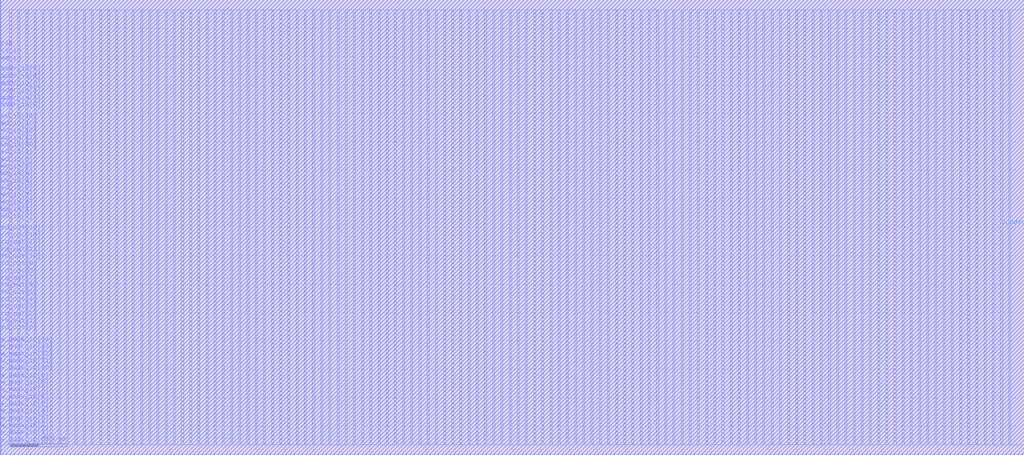
<source format=lef>
VERSION 5.7 ;
BUSBITCHARS "[]" ;
MACRO fakeram130_64x15
  FOREIGN fakeram130_64x15 0 0 ;
  SYMMETRY X Y R90 ;
  SIZE 1800.000 BY 800.000 ;
  CLASS BLOCK ;
  PIN w_mask_in[0]
    DIRECTION INPUT ;
    USE SIGNAL ;
    SHAPE ABUTMENT ;
    PORT
      LAYER met3 ;
      RECT 0.000 17.550 0.900 18.450 ;
    END
  END w_mask_in[0]
  PIN w_mask_in[1]
    DIRECTION INPUT ;
    USE SIGNAL ;
    SHAPE ABUTMENT ;
    PORT
      LAYER met3 ;
      RECT 0.000 30.150 0.900 31.050 ;
    END
  END w_mask_in[1]
  PIN w_mask_in[2]
    DIRECTION INPUT ;
    USE SIGNAL ;
    SHAPE ABUTMENT ;
    PORT
      LAYER met3 ;
      RECT 0.000 42.750 0.900 43.650 ;
    END
  END w_mask_in[2]
  PIN w_mask_in[3]
    DIRECTION INPUT ;
    USE SIGNAL ;
    SHAPE ABUTMENT ;
    PORT
      LAYER met3 ;
      RECT 0.000 55.350 0.900 56.250 ;
    END
  END w_mask_in[3]
  PIN w_mask_in[4]
    DIRECTION INPUT ;
    USE SIGNAL ;
    SHAPE ABUTMENT ;
    PORT
      LAYER met3 ;
      RECT 0.000 67.950 0.900 68.850 ;
    END
  END w_mask_in[4]
  PIN w_mask_in[5]
    DIRECTION INPUT ;
    USE SIGNAL ;
    SHAPE ABUTMENT ;
    PORT
      LAYER met3 ;
      RECT 0.000 80.550 0.900 81.450 ;
    END
  END w_mask_in[5]
  PIN w_mask_in[6]
    DIRECTION INPUT ;
    USE SIGNAL ;
    SHAPE ABUTMENT ;
    PORT
      LAYER met3 ;
      RECT 0.000 93.150 0.900 94.050 ;
    END
  END w_mask_in[6]
  PIN w_mask_in[7]
    DIRECTION INPUT ;
    USE SIGNAL ;
    SHAPE ABUTMENT ;
    PORT
      LAYER met3 ;
      RECT 0.000 105.750 0.900 106.650 ;
    END
  END w_mask_in[7]
  PIN w_mask_in[8]
    DIRECTION INPUT ;
    USE SIGNAL ;
    SHAPE ABUTMENT ;
    PORT
      LAYER met3 ;
      RECT 0.000 118.350 0.900 119.250 ;
    END
  END w_mask_in[8]
  PIN w_mask_in[9]
    DIRECTION INPUT ;
    USE SIGNAL ;
    SHAPE ABUTMENT ;
    PORT
      LAYER met3 ;
      RECT 0.000 130.950 0.900 131.850 ;
    END
  END w_mask_in[9]
  PIN w_mask_in[10]
    DIRECTION INPUT ;
    USE SIGNAL ;
    SHAPE ABUTMENT ;
    PORT
      LAYER met3 ;
      RECT 0.000 143.550 0.900 144.450 ;
    END
  END w_mask_in[10]
  PIN w_mask_in[11]
    DIRECTION INPUT ;
    USE SIGNAL ;
    SHAPE ABUTMENT ;
    PORT
      LAYER met3 ;
      RECT 0.000 156.150 0.900 157.050 ;
    END
  END w_mask_in[11]
  PIN w_mask_in[12]
    DIRECTION INPUT ;
    USE SIGNAL ;
    SHAPE ABUTMENT ;
    PORT
      LAYER met3 ;
      RECT 0.000 168.750 0.900 169.650 ;
    END
  END w_mask_in[12]
  PIN w_mask_in[13]
    DIRECTION INPUT ;
    USE SIGNAL ;
    SHAPE ABUTMENT ;
    PORT
      LAYER met3 ;
      RECT 0.000 181.350 0.900 182.250 ;
    END
  END w_mask_in[13]
  PIN w_mask_in[14]
    DIRECTION INPUT ;
    USE SIGNAL ;
    SHAPE ABUTMENT ;
    PORT
      LAYER met3 ;
      RECT 0.000 193.950 0.900 194.850 ;
    END
  END w_mask_in[14]
  PIN rd_out[0]
    DIRECTION OUTPUT ;
    USE SIGNAL ;
    SHAPE ABUTMENT ;
    PORT
      LAYER met3 ;
      RECT 0.000 213.750 0.900 214.650 ;
    END
  END rd_out[0]
  PIN rd_out[1]
    DIRECTION OUTPUT ;
    USE SIGNAL ;
    SHAPE ABUTMENT ;
    PORT
      LAYER met3 ;
      RECT 0.000 226.350 0.900 227.250 ;
    END
  END rd_out[1]
  PIN rd_out[2]
    DIRECTION OUTPUT ;
    USE SIGNAL ;
    SHAPE ABUTMENT ;
    PORT
      LAYER met3 ;
      RECT 0.000 238.950 0.900 239.850 ;
    END
  END rd_out[2]
  PIN rd_out[3]
    DIRECTION OUTPUT ;
    USE SIGNAL ;
    SHAPE ABUTMENT ;
    PORT
      LAYER met3 ;
      RECT 0.000 251.550 0.900 252.450 ;
    END
  END rd_out[3]
  PIN rd_out[4]
    DIRECTION OUTPUT ;
    USE SIGNAL ;
    SHAPE ABUTMENT ;
    PORT
      LAYER met3 ;
      RECT 0.000 264.150 0.900 265.050 ;
    END
  END rd_out[4]
  PIN rd_out[5]
    DIRECTION OUTPUT ;
    USE SIGNAL ;
    SHAPE ABUTMENT ;
    PORT
      LAYER met3 ;
      RECT 0.000 276.750 0.900 277.650 ;
    END
  END rd_out[5]
  PIN rd_out[6]
    DIRECTION OUTPUT ;
    USE SIGNAL ;
    SHAPE ABUTMENT ;
    PORT
      LAYER met3 ;
      RECT 0.000 289.350 0.900 290.250 ;
    END
  END rd_out[6]
  PIN rd_out[7]
    DIRECTION OUTPUT ;
    USE SIGNAL ;
    SHAPE ABUTMENT ;
    PORT
      LAYER met3 ;
      RECT 0.000 301.950 0.900 302.850 ;
    END
  END rd_out[7]
  PIN rd_out[8]
    DIRECTION OUTPUT ;
    USE SIGNAL ;
    SHAPE ABUTMENT ;
    PORT
      LAYER met3 ;
      RECT 0.000 314.550 0.900 315.450 ;
    END
  END rd_out[8]
  PIN rd_out[9]
    DIRECTION OUTPUT ;
    USE SIGNAL ;
    SHAPE ABUTMENT ;
    PORT
      LAYER met3 ;
      RECT 0.000 327.150 0.900 328.050 ;
    END
  END rd_out[9]
  PIN rd_out[10]
    DIRECTION OUTPUT ;
    USE SIGNAL ;
    SHAPE ABUTMENT ;
    PORT
      LAYER met3 ;
      RECT 0.000 339.750 0.900 340.650 ;
    END
  END rd_out[10]
  PIN rd_out[11]
    DIRECTION OUTPUT ;
    USE SIGNAL ;
    SHAPE ABUTMENT ;
    PORT
      LAYER met3 ;
      RECT 0.000 352.350 0.900 353.250 ;
    END
  END rd_out[11]
  PIN rd_out[12]
    DIRECTION OUTPUT ;
    USE SIGNAL ;
    SHAPE ABUTMENT ;
    PORT
      LAYER met3 ;
      RECT 0.000 364.950 0.900 365.850 ;
    END
  END rd_out[12]
  PIN rd_out[13]
    DIRECTION OUTPUT ;
    USE SIGNAL ;
    SHAPE ABUTMENT ;
    PORT
      LAYER met3 ;
      RECT 0.000 377.550 0.900 378.450 ;
    END
  END rd_out[13]
  PIN rd_out[14]
    DIRECTION OUTPUT ;
    USE SIGNAL ;
    SHAPE ABUTMENT ;
    PORT
      LAYER met3 ;
      RECT 0.000 390.150 0.900 391.050 ;
    END
  END rd_out[14]
  PIN wd_in[0]
    DIRECTION INPUT ;
    USE SIGNAL ;
    SHAPE ABUTMENT ;
    PORT
      LAYER met3 ;
      RECT 0.000 409.950 0.900 410.850 ;
    END
  END wd_in[0]
  PIN wd_in[1]
    DIRECTION INPUT ;
    USE SIGNAL ;
    SHAPE ABUTMENT ;
    PORT
      LAYER met3 ;
      RECT 0.000 422.550 0.900 423.450 ;
    END
  END wd_in[1]
  PIN wd_in[2]
    DIRECTION INPUT ;
    USE SIGNAL ;
    SHAPE ABUTMENT ;
    PORT
      LAYER met3 ;
      RECT 0.000 435.150 0.900 436.050 ;
    END
  END wd_in[2]
  PIN wd_in[3]
    DIRECTION INPUT ;
    USE SIGNAL ;
    SHAPE ABUTMENT ;
    PORT
      LAYER met3 ;
      RECT 0.000 447.750 0.900 448.650 ;
    END
  END wd_in[3]
  PIN wd_in[4]
    DIRECTION INPUT ;
    USE SIGNAL ;
    SHAPE ABUTMENT ;
    PORT
      LAYER met3 ;
      RECT 0.000 460.350 0.900 461.250 ;
    END
  END wd_in[4]
  PIN wd_in[5]
    DIRECTION INPUT ;
    USE SIGNAL ;
    SHAPE ABUTMENT ;
    PORT
      LAYER met3 ;
      RECT 0.000 472.950 0.900 473.850 ;
    END
  END wd_in[5]
  PIN wd_in[6]
    DIRECTION INPUT ;
    USE SIGNAL ;
    SHAPE ABUTMENT ;
    PORT
      LAYER met3 ;
      RECT 0.000 485.550 0.900 486.450 ;
    END
  END wd_in[6]
  PIN wd_in[7]
    DIRECTION INPUT ;
    USE SIGNAL ;
    SHAPE ABUTMENT ;
    PORT
      LAYER met3 ;
      RECT 0.000 498.150 0.900 499.050 ;
    END
  END wd_in[7]
  PIN wd_in[8]
    DIRECTION INPUT ;
    USE SIGNAL ;
    SHAPE ABUTMENT ;
    PORT
      LAYER met3 ;
      RECT 0.000 510.750 0.900 511.650 ;
    END
  END wd_in[8]
  PIN wd_in[9]
    DIRECTION INPUT ;
    USE SIGNAL ;
    SHAPE ABUTMENT ;
    PORT
      LAYER met3 ;
      RECT 0.000 523.350 0.900 524.250 ;
    END
  END wd_in[9]
  PIN wd_in[10]
    DIRECTION INPUT ;
    USE SIGNAL ;
    SHAPE ABUTMENT ;
    PORT
      LAYER met3 ;
      RECT 0.000 535.950 0.900 536.850 ;
    END
  END wd_in[10]
  PIN wd_in[11]
    DIRECTION INPUT ;
    USE SIGNAL ;
    SHAPE ABUTMENT ;
    PORT
      LAYER met3 ;
      RECT 0.000 548.550 0.900 549.450 ;
    END
  END wd_in[11]
  PIN wd_in[12]
    DIRECTION INPUT ;
    USE SIGNAL ;
    SHAPE ABUTMENT ;
    PORT
      LAYER met3 ;
      RECT 0.000 561.150 0.900 562.050 ;
    END
  END wd_in[12]
  PIN wd_in[13]
    DIRECTION INPUT ;
    USE SIGNAL ;
    SHAPE ABUTMENT ;
    PORT
      LAYER met3 ;
      RECT 0.000 573.750 0.900 574.650 ;
    END
  END wd_in[13]
  PIN wd_in[14]
    DIRECTION INPUT ;
    USE SIGNAL ;
    SHAPE ABUTMENT ;
    PORT
      LAYER met3 ;
      RECT 0.000 586.350 0.900 587.250 ;
    END
  END wd_in[14]
  PIN addr_in[0]
    DIRECTION INPUT ;
    USE SIGNAL ;
    SHAPE ABUTMENT ;
    PORT
      LAYER met3 ;
      RECT 0.000 606.150 0.900 607.050 ;
    END
  END addr_in[0]
  PIN addr_in[1]
    DIRECTION INPUT ;
    USE SIGNAL ;
    SHAPE ABUTMENT ;
    PORT
      LAYER met3 ;
      RECT 0.000 618.750 0.900 619.650 ;
    END
  END addr_in[1]
  PIN addr_in[2]
    DIRECTION INPUT ;
    USE SIGNAL ;
    SHAPE ABUTMENT ;
    PORT
      LAYER met3 ;
      RECT 0.000 631.350 0.900 632.250 ;
    END
  END addr_in[2]
  PIN addr_in[3]
    DIRECTION INPUT ;
    USE SIGNAL ;
    SHAPE ABUTMENT ;
    PORT
      LAYER met3 ;
      RECT 0.000 643.950 0.900 644.850 ;
    END
  END addr_in[3]
  PIN addr_in[4]
    DIRECTION INPUT ;
    USE SIGNAL ;
    SHAPE ABUTMENT ;
    PORT
      LAYER met3 ;
      RECT 0.000 656.550 0.900 657.450 ;
    END
  END addr_in[4]
  PIN addr_in[5]
    DIRECTION INPUT ;
    USE SIGNAL ;
    SHAPE ABUTMENT ;
    PORT
      LAYER met3 ;
      RECT 0.000 669.150 0.900 670.050 ;
    END
  END addr_in[5]
  PIN we_in
    DIRECTION INPUT ;
    USE SIGNAL ;
    SHAPE ABUTMENT ;
    PORT
      LAYER met3 ;
      RECT 0.000 688.950 0.900 689.850 ;
    END
  END we_in
  PIN ce_in
    DIRECTION INPUT ;
    USE SIGNAL ;
    SHAPE ABUTMENT ;
    PORT
      LAYER met3 ;
      RECT 0.000 701.550 0.900 702.450 ;
    END
  END ce_in
  PIN clk
    DIRECTION INPUT ;
    USE SIGNAL ;
    SHAPE ABUTMENT ;
    PORT
      LAYER met3 ;
      RECT 0.000 714.150 0.900 715.050 ;
    END
  END clk
  PIN vssd1
    DIRECTION INOUT ;
    USE GROUND ;
    PORT
      LAYER met4 ;
      RECT 16.200 18.000 19.800 782.000 ;
      RECT 45.000 18.000 48.600 782.000 ;
      RECT 73.800 18.000 77.400 782.000 ;
      RECT 102.600 18.000 106.200 782.000 ;
      RECT 131.400 18.000 135.000 782.000 ;
      RECT 160.200 18.000 163.800 782.000 ;
      RECT 189.000 18.000 192.600 782.000 ;
      RECT 217.800 18.000 221.400 782.000 ;
      RECT 246.600 18.000 250.200 782.000 ;
      RECT 275.400 18.000 279.000 782.000 ;
      RECT 304.200 18.000 307.800 782.000 ;
      RECT 333.000 18.000 336.600 782.000 ;
      RECT 361.800 18.000 365.400 782.000 ;
      RECT 390.600 18.000 394.200 782.000 ;
      RECT 419.400 18.000 423.000 782.000 ;
      RECT 448.200 18.000 451.800 782.000 ;
      RECT 477.000 18.000 480.600 782.000 ;
      RECT 505.800 18.000 509.400 782.000 ;
      RECT 534.600 18.000 538.200 782.000 ;
      RECT 563.400 18.000 567.000 782.000 ;
      RECT 592.200 18.000 595.800 782.000 ;
      RECT 621.000 18.000 624.600 782.000 ;
      RECT 649.800 18.000 653.400 782.000 ;
      RECT 678.600 18.000 682.200 782.000 ;
      RECT 707.400 18.000 711.000 782.000 ;
      RECT 736.200 18.000 739.800 782.000 ;
      RECT 765.000 18.000 768.600 782.000 ;
      RECT 793.800 18.000 797.400 782.000 ;
      RECT 822.600 18.000 826.200 782.000 ;
      RECT 851.400 18.000 855.000 782.000 ;
      RECT 880.200 18.000 883.800 782.000 ;
      RECT 909.000 18.000 912.600 782.000 ;
      RECT 937.800 18.000 941.400 782.000 ;
      RECT 966.600 18.000 970.200 782.000 ;
      RECT 995.400 18.000 999.000 782.000 ;
      RECT 1024.200 18.000 1027.800 782.000 ;
      RECT 1053.000 18.000 1056.600 782.000 ;
      RECT 1081.800 18.000 1085.400 782.000 ;
      RECT 1110.600 18.000 1114.200 782.000 ;
      RECT 1139.400 18.000 1143.000 782.000 ;
      RECT 1168.200 18.000 1171.800 782.000 ;
      RECT 1197.000 18.000 1200.600 782.000 ;
      RECT 1225.800 18.000 1229.400 782.000 ;
      RECT 1254.600 18.000 1258.200 782.000 ;
      RECT 1283.400 18.000 1287.000 782.000 ;
      RECT 1312.200 18.000 1315.800 782.000 ;
      RECT 1341.000 18.000 1344.600 782.000 ;
      RECT 1369.800 18.000 1373.400 782.000 ;
      RECT 1398.600 18.000 1402.200 782.000 ;
      RECT 1427.400 18.000 1431.000 782.000 ;
      RECT 1456.200 18.000 1459.800 782.000 ;
      RECT 1485.000 18.000 1488.600 782.000 ;
      RECT 1513.800 18.000 1517.400 782.000 ;
      RECT 1542.600 18.000 1546.200 782.000 ;
      RECT 1571.400 18.000 1575.000 782.000 ;
      RECT 1600.200 18.000 1603.800 782.000 ;
      RECT 1629.000 18.000 1632.600 782.000 ;
      RECT 1657.800 18.000 1661.400 782.000 ;
      RECT 1686.600 18.000 1690.200 782.000 ;
      RECT 1715.400 18.000 1719.000 782.000 ;
      RECT 1744.200 18.000 1747.800 782.000 ;
      RECT 1773.000 18.000 1776.600 782.000 ;
    END
  END vssd1
  PIN vccd1
    DIRECTION INOUT ;
    USE POWER ;
    PORT
      LAYER met4 ;
      RECT 30.600 18.000 34.200 782.000 ;
      RECT 59.400 18.000 63.000 782.000 ;
      RECT 88.200 18.000 91.800 782.000 ;
      RECT 117.000 18.000 120.600 782.000 ;
      RECT 145.800 18.000 149.400 782.000 ;
      RECT 174.600 18.000 178.200 782.000 ;
      RECT 203.400 18.000 207.000 782.000 ;
      RECT 232.200 18.000 235.800 782.000 ;
      RECT 261.000 18.000 264.600 782.000 ;
      RECT 289.800 18.000 293.400 782.000 ;
      RECT 318.600 18.000 322.200 782.000 ;
      RECT 347.400 18.000 351.000 782.000 ;
      RECT 376.200 18.000 379.800 782.000 ;
      RECT 405.000 18.000 408.600 782.000 ;
      RECT 433.800 18.000 437.400 782.000 ;
      RECT 462.600 18.000 466.200 782.000 ;
      RECT 491.400 18.000 495.000 782.000 ;
      RECT 520.200 18.000 523.800 782.000 ;
      RECT 549.000 18.000 552.600 782.000 ;
      RECT 577.800 18.000 581.400 782.000 ;
      RECT 606.600 18.000 610.200 782.000 ;
      RECT 635.400 18.000 639.000 782.000 ;
      RECT 664.200 18.000 667.800 782.000 ;
      RECT 693.000 18.000 696.600 782.000 ;
      RECT 721.800 18.000 725.400 782.000 ;
      RECT 750.600 18.000 754.200 782.000 ;
      RECT 779.400 18.000 783.000 782.000 ;
      RECT 808.200 18.000 811.800 782.000 ;
      RECT 837.000 18.000 840.600 782.000 ;
      RECT 865.800 18.000 869.400 782.000 ;
      RECT 894.600 18.000 898.200 782.000 ;
      RECT 923.400 18.000 927.000 782.000 ;
      RECT 952.200 18.000 955.800 782.000 ;
      RECT 981.000 18.000 984.600 782.000 ;
      RECT 1009.800 18.000 1013.400 782.000 ;
      RECT 1038.600 18.000 1042.200 782.000 ;
      RECT 1067.400 18.000 1071.000 782.000 ;
      RECT 1096.200 18.000 1099.800 782.000 ;
      RECT 1125.000 18.000 1128.600 782.000 ;
      RECT 1153.800 18.000 1157.400 782.000 ;
      RECT 1182.600 18.000 1186.200 782.000 ;
      RECT 1211.400 18.000 1215.000 782.000 ;
      RECT 1240.200 18.000 1243.800 782.000 ;
      RECT 1269.000 18.000 1272.600 782.000 ;
      RECT 1297.800 18.000 1301.400 782.000 ;
      RECT 1326.600 18.000 1330.200 782.000 ;
      RECT 1355.400 18.000 1359.000 782.000 ;
      RECT 1384.200 18.000 1387.800 782.000 ;
      RECT 1413.000 18.000 1416.600 782.000 ;
      RECT 1441.800 18.000 1445.400 782.000 ;
      RECT 1470.600 18.000 1474.200 782.000 ;
      RECT 1499.400 18.000 1503.000 782.000 ;
      RECT 1528.200 18.000 1531.800 782.000 ;
      RECT 1557.000 18.000 1560.600 782.000 ;
      RECT 1585.800 18.000 1589.400 782.000 ;
      RECT 1614.600 18.000 1618.200 782.000 ;
      RECT 1643.400 18.000 1647.000 782.000 ;
      RECT 1672.200 18.000 1675.800 782.000 ;
      RECT 1701.000 18.000 1704.600 782.000 ;
      RECT 1729.800 18.000 1733.400 782.000 ;
      RECT 1758.600 18.000 1762.200 782.000 ;
    END
  END vccd1
  OBS
    LAYER met1 ;
    RECT 0 0 1800.000 800.000 ;
    LAYER met2 ;
    RECT 0 0 1800.000 800.000 ;
    LAYER met3 ;
    RECT 0.900 0 1800.000 800.000 ;
    RECT 0 0.000 0.900 17.550 ;
    RECT 0 18.450 0.900 30.150 ;
    RECT 0 31.050 0.900 42.750 ;
    RECT 0 43.650 0.900 55.350 ;
    RECT 0 56.250 0.900 67.950 ;
    RECT 0 68.850 0.900 80.550 ;
    RECT 0 81.450 0.900 93.150 ;
    RECT 0 94.050 0.900 105.750 ;
    RECT 0 106.650 0.900 118.350 ;
    RECT 0 119.250 0.900 130.950 ;
    RECT 0 131.850 0.900 143.550 ;
    RECT 0 144.450 0.900 156.150 ;
    RECT 0 157.050 0.900 168.750 ;
    RECT 0 169.650 0.900 181.350 ;
    RECT 0 182.250 0.900 193.950 ;
    RECT 0 194.850 0.900 213.750 ;
    RECT 0 214.650 0.900 226.350 ;
    RECT 0 227.250 0.900 238.950 ;
    RECT 0 239.850 0.900 251.550 ;
    RECT 0 252.450 0.900 264.150 ;
    RECT 0 265.050 0.900 276.750 ;
    RECT 0 277.650 0.900 289.350 ;
    RECT 0 290.250 0.900 301.950 ;
    RECT 0 302.850 0.900 314.550 ;
    RECT 0 315.450 0.900 327.150 ;
    RECT 0 328.050 0.900 339.750 ;
    RECT 0 340.650 0.900 352.350 ;
    RECT 0 353.250 0.900 364.950 ;
    RECT 0 365.850 0.900 377.550 ;
    RECT 0 378.450 0.900 390.150 ;
    RECT 0 391.050 0.900 409.950 ;
    RECT 0 410.850 0.900 422.550 ;
    RECT 0 423.450 0.900 435.150 ;
    RECT 0 436.050 0.900 447.750 ;
    RECT 0 448.650 0.900 460.350 ;
    RECT 0 461.250 0.900 472.950 ;
    RECT 0 473.850 0.900 485.550 ;
    RECT 0 486.450 0.900 498.150 ;
    RECT 0 499.050 0.900 510.750 ;
    RECT 0 511.650 0.900 523.350 ;
    RECT 0 524.250 0.900 535.950 ;
    RECT 0 536.850 0.900 548.550 ;
    RECT 0 549.450 0.900 561.150 ;
    RECT 0 562.050 0.900 573.750 ;
    RECT 0 574.650 0.900 586.350 ;
    RECT 0 587.250 0.900 606.150 ;
    RECT 0 607.050 0.900 618.750 ;
    RECT 0 619.650 0.900 631.350 ;
    RECT 0 632.250 0.900 643.950 ;
    RECT 0 644.850 0.900 656.550 ;
    RECT 0 657.450 0.900 669.150 ;
    RECT 0 670.050 0.900 688.950 ;
    RECT 0 689.850 0.900 701.550 ;
    RECT 0 702.450 0.900 714.150 ;
    RECT 0 715.050 0.900 800.000 ;
    LAYER met4 ;
    RECT 0 0 1800.000 18.000 ;
    RECT 0 782.000 1800.000 800.000 ;
    RECT 0.000 18.000 16.200 782.000 ;
    RECT 19.800 18.000 30.600 782.000 ;
    RECT 34.200 18.000 45.000 782.000 ;
    RECT 48.600 18.000 59.400 782.000 ;
    RECT 63.000 18.000 73.800 782.000 ;
    RECT 77.400 18.000 88.200 782.000 ;
    RECT 91.800 18.000 102.600 782.000 ;
    RECT 106.200 18.000 117.000 782.000 ;
    RECT 120.600 18.000 131.400 782.000 ;
    RECT 135.000 18.000 145.800 782.000 ;
    RECT 149.400 18.000 160.200 782.000 ;
    RECT 163.800 18.000 174.600 782.000 ;
    RECT 178.200 18.000 189.000 782.000 ;
    RECT 192.600 18.000 203.400 782.000 ;
    RECT 207.000 18.000 217.800 782.000 ;
    RECT 221.400 18.000 232.200 782.000 ;
    RECT 235.800 18.000 246.600 782.000 ;
    RECT 250.200 18.000 261.000 782.000 ;
    RECT 264.600 18.000 275.400 782.000 ;
    RECT 279.000 18.000 289.800 782.000 ;
    RECT 293.400 18.000 304.200 782.000 ;
    RECT 307.800 18.000 318.600 782.000 ;
    RECT 322.200 18.000 333.000 782.000 ;
    RECT 336.600 18.000 347.400 782.000 ;
    RECT 351.000 18.000 361.800 782.000 ;
    RECT 365.400 18.000 376.200 782.000 ;
    RECT 379.800 18.000 390.600 782.000 ;
    RECT 394.200 18.000 405.000 782.000 ;
    RECT 408.600 18.000 419.400 782.000 ;
    RECT 423.000 18.000 433.800 782.000 ;
    RECT 437.400 18.000 448.200 782.000 ;
    RECT 451.800 18.000 462.600 782.000 ;
    RECT 466.200 18.000 477.000 782.000 ;
    RECT 480.600 18.000 491.400 782.000 ;
    RECT 495.000 18.000 505.800 782.000 ;
    RECT 509.400 18.000 520.200 782.000 ;
    RECT 523.800 18.000 534.600 782.000 ;
    RECT 538.200 18.000 549.000 782.000 ;
    RECT 552.600 18.000 563.400 782.000 ;
    RECT 567.000 18.000 577.800 782.000 ;
    RECT 581.400 18.000 592.200 782.000 ;
    RECT 595.800 18.000 606.600 782.000 ;
    RECT 610.200 18.000 621.000 782.000 ;
    RECT 624.600 18.000 635.400 782.000 ;
    RECT 639.000 18.000 649.800 782.000 ;
    RECT 653.400 18.000 664.200 782.000 ;
    RECT 667.800 18.000 678.600 782.000 ;
    RECT 682.200 18.000 693.000 782.000 ;
    RECT 696.600 18.000 707.400 782.000 ;
    RECT 711.000 18.000 721.800 782.000 ;
    RECT 725.400 18.000 736.200 782.000 ;
    RECT 739.800 18.000 750.600 782.000 ;
    RECT 754.200 18.000 765.000 782.000 ;
    RECT 768.600 18.000 779.400 782.000 ;
    RECT 783.000 18.000 793.800 782.000 ;
    RECT 797.400 18.000 808.200 782.000 ;
    RECT 811.800 18.000 822.600 782.000 ;
    RECT 826.200 18.000 837.000 782.000 ;
    RECT 840.600 18.000 851.400 782.000 ;
    RECT 855.000 18.000 865.800 782.000 ;
    RECT 869.400 18.000 880.200 782.000 ;
    RECT 883.800 18.000 894.600 782.000 ;
    RECT 898.200 18.000 909.000 782.000 ;
    RECT 912.600 18.000 923.400 782.000 ;
    RECT 927.000 18.000 937.800 782.000 ;
    RECT 941.400 18.000 952.200 782.000 ;
    RECT 955.800 18.000 966.600 782.000 ;
    RECT 970.200 18.000 981.000 782.000 ;
    RECT 984.600 18.000 995.400 782.000 ;
    RECT 999.000 18.000 1009.800 782.000 ;
    RECT 1013.400 18.000 1024.200 782.000 ;
    RECT 1027.800 18.000 1038.600 782.000 ;
    RECT 1042.200 18.000 1053.000 782.000 ;
    RECT 1056.600 18.000 1067.400 782.000 ;
    RECT 1071.000 18.000 1081.800 782.000 ;
    RECT 1085.400 18.000 1096.200 782.000 ;
    RECT 1099.800 18.000 1110.600 782.000 ;
    RECT 1114.200 18.000 1125.000 782.000 ;
    RECT 1128.600 18.000 1139.400 782.000 ;
    RECT 1143.000 18.000 1153.800 782.000 ;
    RECT 1157.400 18.000 1168.200 782.000 ;
    RECT 1171.800 18.000 1182.600 782.000 ;
    RECT 1186.200 18.000 1197.000 782.000 ;
    RECT 1200.600 18.000 1211.400 782.000 ;
    RECT 1215.000 18.000 1225.800 782.000 ;
    RECT 1229.400 18.000 1240.200 782.000 ;
    RECT 1243.800 18.000 1254.600 782.000 ;
    RECT 1258.200 18.000 1269.000 782.000 ;
    RECT 1272.600 18.000 1283.400 782.000 ;
    RECT 1287.000 18.000 1297.800 782.000 ;
    RECT 1301.400 18.000 1312.200 782.000 ;
    RECT 1315.800 18.000 1326.600 782.000 ;
    RECT 1330.200 18.000 1341.000 782.000 ;
    RECT 1344.600 18.000 1355.400 782.000 ;
    RECT 1359.000 18.000 1369.800 782.000 ;
    RECT 1373.400 18.000 1384.200 782.000 ;
    RECT 1387.800 18.000 1398.600 782.000 ;
    RECT 1402.200 18.000 1413.000 782.000 ;
    RECT 1416.600 18.000 1427.400 782.000 ;
    RECT 1431.000 18.000 1441.800 782.000 ;
    RECT 1445.400 18.000 1456.200 782.000 ;
    RECT 1459.800 18.000 1470.600 782.000 ;
    RECT 1474.200 18.000 1485.000 782.000 ;
    RECT 1488.600 18.000 1499.400 782.000 ;
    RECT 1503.000 18.000 1513.800 782.000 ;
    RECT 1517.400 18.000 1528.200 782.000 ;
    RECT 1531.800 18.000 1542.600 782.000 ;
    RECT 1546.200 18.000 1557.000 782.000 ;
    RECT 1560.600 18.000 1571.400 782.000 ;
    RECT 1575.000 18.000 1585.800 782.000 ;
    RECT 1589.400 18.000 1600.200 782.000 ;
    RECT 1603.800 18.000 1614.600 782.000 ;
    RECT 1618.200 18.000 1629.000 782.000 ;
    RECT 1632.600 18.000 1643.400 782.000 ;
    RECT 1647.000 18.000 1657.800 782.000 ;
    RECT 1661.400 18.000 1672.200 782.000 ;
    RECT 1675.800 18.000 1686.600 782.000 ;
    RECT 1690.200 18.000 1701.000 782.000 ;
    RECT 1704.600 18.000 1715.400 782.000 ;
    RECT 1719.000 18.000 1729.800 782.000 ;
    RECT 1733.400 18.000 1744.200 782.000 ;
    RECT 1747.800 18.000 1758.600 782.000 ;
    RECT 1762.200 18.000 1773.000 782.000 ;
    RECT 1776.600 18.000 1800.000 782.000 ;

  END
END fakeram130_64x15

END LIBRARY

</source>
